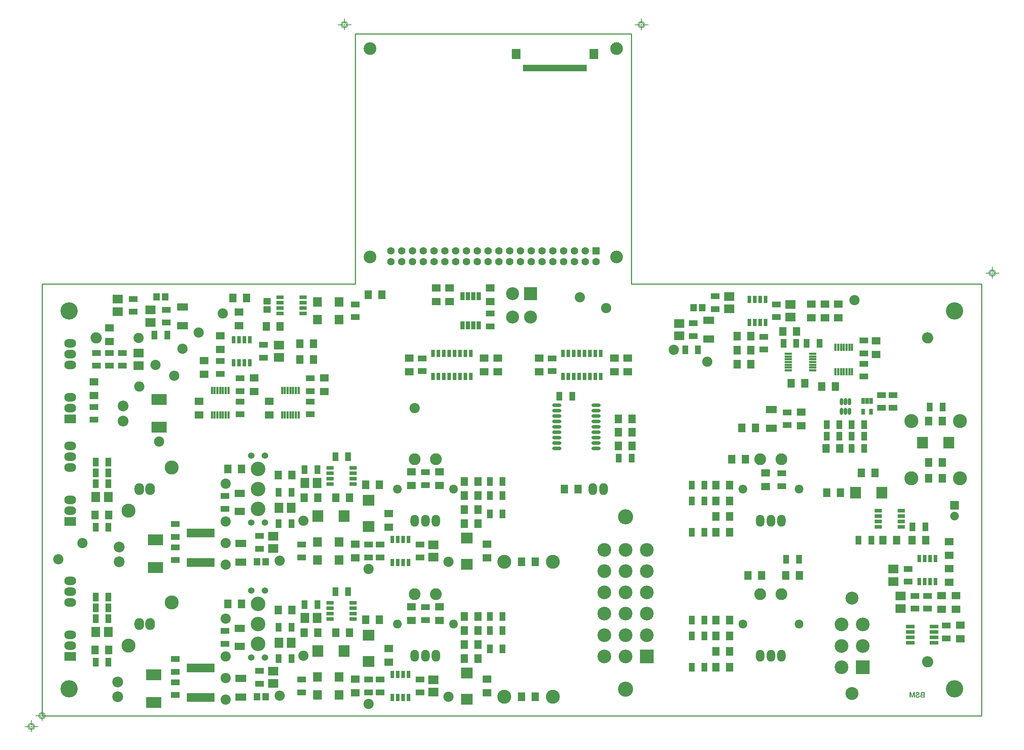
<source format=gbr>
*
*
G04 PADS VX.2.2 Build Number: 7607494 generated Gerber (RS-274-X) file*
G04 PC Version=2.1*
*
%IN "D3005H100_A.PCB"*%
*
%MOIN*%
*
%FSLAX35Y35*%
*
*
*
*
G04 PC Standard Apertures*
*
*
G04 Thermal Relief Aperture macro.*
%AMTER*
1,1,$1,0,0*
1,0,$1-$2,0,0*
21,0,$3,$4,0,0,45*
21,0,$3,$4,0,0,135*
%
*
*
G04 Annular Aperture macro.*
%AMANN*
1,1,$1,0,0*
1,0,$2,0,0*
%
*
*
G04 Odd Aperture macro.*
%AMODD*
1,1,$1,0,0*
1,0,$1-0.005,0,0*
%
*
*
G04 PC Custom Aperture Macros*
*
*
*
*
*
*
G04 PC Aperture Table*
*
%ADD010C,0.01*%
%ADD012C,0.005*%
%ADD014C,0.1*%
%ADD015C,0.08*%
%ADD017C,0.12*%
%ADD021C,0.06*%
%ADD022C,0.07*%
%ADD032C,0.11*%
%ADD034C,0.13*%
%ADD036O,0.08X0.11*%
%ADD037O,0.11X0.08*%
%ADD052C,0.16*%
%ADD059C,0.001*%
%ADD061C,0.007*%
%ADD073R,0.07X0.07*%
%ADD108R,0.127X0.127*%
%ADD109C,0.127*%
%ADD110C,0.14*%
%ADD111R,0.08X0.08*%
%ADD112R,0.12X0.12*%
%ADD113O,0.09X0.11*%
%ADD114R,0.11X0.08*%
%ADD115O,0.078X0.11*%
%ADD117C,0.135*%
%ADD118C,0.095*%
%ADD119C,0.118*%
%ADD120R,0.06315X0.07102*%
%ADD121R,0.07102X0.06315*%
%ADD122R,0.08087X0.05528*%
%ADD123R,0.05528X0.08087*%
%ADD124R,0.10843X0.10055*%
%ADD125R,0.10055X0.10843*%
%ADD126R,0.0978X0.08087*%
%ADD127R,0.08087X0.0978*%
%ADD128R,0.139X0.104*%
%ADD129R,0.093X0.07*%
%ADD130R,0.02181X0.06709*%
%ADD131R,0.0848X0.06512*%
%ADD132R,0.06512X0.0848*%
%ADD133R,0.07102X0.03362*%
%ADD134R,0.03362X0.07102*%
%ADD135R,0.04X0.078*%
%ADD136O,0.0848X0.03362*%
%ADD137R,0.0789X0.03559*%
%ADD138R,0.03362X0.05331*%
%ADD139O,0.03362X0.06512*%
%ADD140C,0.081*%
%ADD141R,0.06512X0.02378*%
%ADD142R,0.02378X0.06512*%
%ADD143R,0.02772X0.08283*%
%ADD144R,0.02181X0.06118*%
%ADD145R,0.08087X0.09661*%
%ADD146R,0.08087X0.08874*%
*
*
*
*
G04 PC Circuitry*
G04 Layer Name D3005H100_A.PCB - circuitry*
%LPD*%
*
G54D59*
G01X916914Y121771D02*
X915159D01*
X914629Y121705*
X914304Y121640*
X913985Y121449*
X913794Y121194*
X913664Y120870*
X913600Y120550*
X913663Y120299*
X913793Y120040*
X913985Y119783*
X914311Y119588*
X914336Y119545*
X914308Y119500*
X913914Y119303*
X913656Y119045*
X913463Y118723*
X913398Y118401*
Y118081*
X913528Y117757*
X913655Y117503*
X913842Y117378*
X914369Y117115*
X914692Y117050*
X916914*
Y121771*
X916345Y121286D02*
Y119746D01*
X916295Y119696*
X914955*
X914943Y119697*
X914675Y119764*
X914656Y119773*
X914321Y120041*
X914311Y120053*
X914177Y120254*
X914169Y120281*
Y120482*
X914171Y120496*
X914305Y120965*
X914317Y120986*
X914585Y121254*
X914611Y121268*
X914946Y121335*
X914955Y121336*
X916295*
X916345Y121286*
Y119210D02*
Y117536D01*
X916295Y117486*
X914687*
X914687D02*
X914669Y117489D01*
X914334Y117623*
X914317Y117634*
X914049Y117902*
X914036Y117929*
X914036D02*
X913969Y118331D01*
X913968Y118339*
Y118607*
X913976Y118635*
X914110Y118836*
X914120Y118846*
X914522Y119181*
X914541Y119191*
X914809Y119258*
X914821Y119260*
X916295*
X916345Y119210*
X912621Y118624D02*
X912050D01*
X911991Y118329*
X911988Y118321*
X911854Y117986*
X911843Y117969*
X911642Y117768*
X911637Y117764*
X911369Y117563*
X911358Y117556*
X911023Y117422*
X911004Y117419*
X910670*
X910659Y117420*
X910056Y117554*
X910045Y117558*
X909777Y117692*
X909764Y117701*
X909630Y117835*
X909620Y117848*
X909487Y118116*
X909481Y118138*
Y118339*
X909485Y118358*
X909619Y118693*
X909624Y118702*
X909758Y118903*
X909777Y118920*
X910045Y119054*
X910055Y119057*
X911387Y119390*
X912045Y119785*
X912236Y119976*
X912363Y120231*
X912427Y120549*
X912363Y120870*
X912234Y121191*
X911978Y121447*
X911653Y121642*
X911261Y121773*
X910803Y121838*
X910279Y121772*
X909885Y121641*
X909494Y121446*
X909239Y121191*
X909111Y120870*
X909055Y120532*
X909623*
X909683Y120892*
X909697Y120919*
X909965Y121187*
X909981Y121198*
X910316Y121332*
X910327Y121335*
X910728Y121402*
X910744*
X911212Y121335*
X911224Y121332*
X911559Y121198*
X911580Y121182*
X911781Y120914*
X911790Y120896*
X911857Y120628*
X911858Y120616*
X911857Y120604*
X911790Y120336*
X911776Y120313*
X911648Y120185*
X911585Y120058*
X911556Y120033*
X911355Y119966*
X911351Y119965*
X911087Y119899*
X910755Y119766*
X910747Y119764*
X910147Y119630*
X909751Y119498*
X909360Y119303*
X909105Y119048*
X908977Y118728*
X908912Y118340*
X908977Y118019*
X909106Y117695*
X909363Y117375*
X909751Y117180*
X910145Y117049*
X910603Y116983*
X911196Y117049*
X911721Y117180*
X912109Y117439*
X912367Y117763*
X912563Y118219*
X912621Y118624*
X908008Y121771D02*
X907090D01*
X906030Y118391*
Y118390*
X905896Y117989*
X905893Y117982*
X905759Y117714*
X905666Y117724*
X905599Y117992*
X905466Y118459*
X904405Y121771*
X903487*
X903487D02*
Y117050D01*
X903487D02*
X904057D01*
Y121085*
X904155Y121100*
X905483Y117050*
X906079*
X907341Y121100*
X907438Y121085*
Y117050*
X908008*
Y121771*
X903500Y117050D02*
Y121771D01*
X903600Y117050D02*
Y121771D01*
X903700Y117050D02*
Y121771D01*
X903800Y117050D02*
Y121771D01*
X903900Y117050D02*
Y121771D01*
X904000Y117050D02*
Y121771D01*
X904100Y121134D02*
Y121771D01*
X904200Y120962D02*
Y121771D01*
X904300Y120657D02*
Y121771D01*
X904400Y120352D02*
Y121771D01*
X904500Y120047D02*
Y121476D01*
X904600Y119742D02*
Y121164D01*
X904700Y119437D02*
Y120851D01*
X904800Y119132D02*
Y120539D01*
X904900Y118827D02*
Y120226D01*
X905000Y118522D02*
Y119914D01*
X905100Y118217D02*
Y119601D01*
X905200Y117912D02*
Y119289D01*
X905300Y117607D02*
Y118976D01*
X905400Y117302D02*
Y118664D01*
X905500Y117050D02*
Y118338D01*
X905600Y117050D02*
Y117988D01*
X905700Y117050D02*
Y117689D01*
X905800Y117050D02*
Y117796D01*
X905900Y117050D02*
Y118002D01*
X906000Y117050D02*
Y118302D01*
X906100Y117117D02*
Y118615D01*
X906200Y117438D02*
Y118934D01*
X906300Y117759D02*
Y119252D01*
X906400Y118080D02*
Y119571D01*
X906500Y118401D02*
Y119890D01*
X906600Y118722D02*
Y120209D01*
X906700Y119043D02*
Y120527D01*
X906800Y119364D02*
Y120846D01*
X906900Y119685D02*
Y121165D01*
X907000Y120006D02*
Y121484D01*
X907100Y120327D02*
Y121771D01*
X907200Y120648D02*
Y121771D01*
X907300Y120969D02*
Y121771D01*
X907400Y121133D02*
Y121771D01*
X907500Y117050D02*
Y121771D01*
X907600Y117050D02*
Y121771D01*
X907700Y117050D02*
Y121771D01*
X907800Y117050D02*
Y121771D01*
X907900Y117050D02*
Y121771D01*
X908000Y117050D02*
Y121771D01*
X909000Y117961D02*
Y118785D01*
X909100Y117711D02*
Y119035D01*
Y120532D02*
Y120805D01*
X909200Y117578D02*
Y119143D01*
Y120532D02*
Y121093D01*
X909300Y117453D02*
Y119243D01*
Y120532D02*
Y121252D01*
X909400Y117356D02*
Y119323D01*
Y120532D02*
Y121352D01*
X909500Y117306D02*
Y118089D01*
Y118396D02*
Y119373D01*
Y120532D02*
Y121449D01*
X909600Y117256D02*
Y117889D01*
Y118646D02*
Y119423D01*
Y120532D02*
Y121499D01*
X909700Y117206D02*
Y117765D01*
Y118816D02*
Y119473D01*
Y120922D02*
Y121549D01*
X909800Y117164D02*
Y117680D01*
Y118931D02*
Y119515D01*
Y121022D02*
Y121599D01*
X909900Y117131D02*
Y117630D01*
Y118981D02*
Y119548D01*
Y121122D02*
Y121646D01*
X910000Y117097D02*
Y117580D01*
Y119031D02*
Y119581D01*
Y121206D02*
Y121679D01*
X910100Y117064D02*
Y117544D01*
Y119069D02*
Y119615D01*
Y121246D02*
Y121713D01*
X910200Y117041D02*
Y117522D01*
Y119094D02*
Y119642D01*
Y121286D02*
Y121746D01*
X910300Y117027D02*
Y117500D01*
Y119119D02*
Y119664D01*
Y121326D02*
Y121775D01*
X910400Y117012D02*
Y117477D01*
Y119144D02*
Y119686D01*
Y121347D02*
Y121788D01*
X910500Y116998D02*
Y117455D01*
Y119169D02*
Y119709D01*
Y121364D02*
Y121800D01*
X910600Y116984D02*
Y117433D01*
Y119194D02*
Y119731D01*
Y121381D02*
Y121813D01*
X910700Y116994D02*
Y117419D01*
Y119219D02*
Y119753D01*
Y121397D02*
Y121825D01*
X910800Y117005D02*
Y117419D01*
Y119244D02*
Y119784D01*
Y121394D02*
Y121838D01*
X910900Y117016D02*
Y117419D01*
Y119269D02*
Y119824D01*
Y121380D02*
Y121824D01*
X911000Y117027D02*
Y117419D01*
Y119294D02*
Y119864D01*
Y121366D02*
Y121810D01*
X911100Y117039D02*
Y117453D01*
Y119319D02*
Y119902D01*
Y121351D02*
Y121796D01*
X911200Y117050D02*
Y117493D01*
Y119344D02*
Y119927D01*
Y121337D02*
Y121781D01*
X911300Y117075D02*
Y117533D01*
Y119369D02*
Y119952D01*
Y121302D02*
Y121759D01*
X911400Y117100D02*
Y117586D01*
Y119398D02*
Y119981D01*
Y121262D02*
Y121726D01*
X911500Y117125D02*
Y117661D01*
Y119458D02*
Y120014D01*
Y121222D02*
Y121693D01*
X911600Y117150D02*
Y117736D01*
Y119518D02*
Y120088D01*
Y121155D02*
Y121659D01*
X911700Y117175D02*
Y117826D01*
Y119578D02*
Y120236D01*
Y121022D02*
Y121614D01*
X911800Y117233D02*
Y117926D01*
Y119638D02*
Y120378D01*
Y120854D02*
Y121554D01*
X911900Y117300D02*
Y118100D01*
Y119698D02*
Y121494D01*
X912000Y117367D02*
Y118375D01*
Y119758D02*
Y121425D01*
X912100Y117433D02*
Y118624D01*
Y119840D02*
Y121325D01*
X912200Y117553D02*
Y118624D01*
Y119940D02*
Y121225D01*
X912300Y117678D02*
Y118624D01*
Y120105D02*
Y121026D01*
X912400Y117839D02*
Y118624D01*
Y120416D02*
Y120683D01*
X912500Y118072D02*
Y118624D01*
X912600Y118478D02*
Y118624D01*
X913400Y118077D02*
Y118410D01*
X913500Y117827D02*
Y118785D01*
X913600Y117613D02*
Y118952D01*
X913700Y117473D02*
Y119089D01*
Y120225D02*
Y120959D01*
X913800Y117406D02*
Y119189D01*
Y120030D02*
Y121202D01*
X913900Y117349D02*
Y119289D01*
Y119897D02*
Y121335D01*
X914000Y117299D02*
Y118142D01*
Y118670D02*
Y119346D01*
Y119774D02*
Y121458D01*
X914100Y117249D02*
Y117852D01*
Y118820D02*
Y119396D01*
Y119714D02*
Y121518D01*
X914200Y117199D02*
Y117752D01*
Y118913D02*
Y119446D01*
Y119654D02*
Y120219D01*
Y120599D02*
Y121578D01*
X914300Y117149D02*
Y117652D01*
Y118997D02*
Y119496D01*
Y119594D02*
Y120069D01*
Y120949D02*
Y121638D01*
X914400Y117108D02*
Y117597D01*
Y119080D02*
Y119978D01*
Y121069D02*
Y121659D01*
X914500Y117088D02*
Y117557D01*
Y119163D02*
Y119898D01*
Y121169D02*
Y121679D01*
X914600Y117068D02*
Y117517D01*
Y119206D02*
Y119818D01*
Y121264D02*
Y121699D01*
X914700Y117050D02*
Y117486D01*
Y119231D02*
Y119758D01*
Y121286D02*
Y121714D01*
X914800Y117050D02*
Y117486D01*
Y119256D02*
Y119733D01*
Y121306D02*
Y121727D01*
X914900Y117050D02*
Y117486D01*
Y119260D02*
Y119708D01*
Y121326D02*
Y121739D01*
X915000Y117050D02*
Y117486D01*
Y119260D02*
Y119696D01*
Y121336D02*
Y121752D01*
X915100Y117050D02*
Y117486D01*
Y119260D02*
Y119696D01*
Y121336D02*
Y121764D01*
X915200Y117050D02*
Y117486D01*
Y119260D02*
Y119696D01*
Y121336D02*
Y121771D01*
X915300Y117050D02*
Y117486D01*
Y119260D02*
Y119696D01*
Y121336D02*
Y121771D01*
X915400Y117050D02*
Y117486D01*
Y119260D02*
Y119696D01*
Y121336D02*
Y121771D01*
X915500Y117050D02*
Y117486D01*
Y119260D02*
Y119696D01*
Y121336D02*
Y121771D01*
X915600Y117050D02*
Y117486D01*
Y119260D02*
Y119696D01*
Y121336D02*
Y121771D01*
X915700Y117050D02*
Y117486D01*
Y119260D02*
Y119696D01*
Y121336D02*
Y121771D01*
X915800Y117050D02*
Y117486D01*
Y119260D02*
Y119696D01*
Y121336D02*
Y121771D01*
X915900Y117050D02*
Y117486D01*
Y119260D02*
Y119696D01*
Y121336D02*
Y121771D01*
X916000Y117050D02*
Y117486D01*
Y119260D02*
Y119696D01*
Y121336D02*
Y121771D01*
X916100Y117050D02*
Y117486D01*
Y119260D02*
Y119696D01*
Y121336D02*
Y121771D01*
X916200Y117050D02*
Y117486D01*
Y119260D02*
Y119696D01*
Y121336D02*
Y121771D01*
X916300Y117050D02*
Y117486D01*
Y119260D02*
Y119696D01*
Y121335D02*
Y121771D01*
X916400Y117050D02*
Y121771D01*
X916500Y117050D02*
Y121771D01*
X916600Y117050D02*
Y121771D01*
X916700Y117050D02*
Y121771D01*
X916800Y117050D02*
Y121771D01*
X916900Y117050D02*
Y121771D01*
*
G04 PC Custom Flashes*
G04 Layer Name D3005H100_A.PCB - flashes*
%LPD*%
*
*
G04 PC Circuitry*
G04 Layer Name D3005H100_A.PCB - circuitry*
%LPD*%
*
G54D10*
X100000Y100000D02*
X970000D01*
Y500000*
X645900*
Y731600*
X390000*
Y500000*
X100000*
Y100000*
G54D12*
X980000Y510000D02*
Y510500D01*
Y510000D02*
X980500D01*
X980000D02*
Y509500D01*
Y510000D02*
X979500D01*
X981500D02*
X986500D01*
X980000Y508500D02*
Y505100D01*
Y511500D02*
Y516000D01*
X974000Y510000D02*
X978500D01*
X983000D02*
G75*
G03X983000I-3000J0D01*
G01X982000D02*
G03X982000I-2000J0D01*
G01X655000Y740000D02*
Y740500D01*
Y740000D02*
X655500D01*
X655000D02*
Y739500D01*
Y740000D02*
X654500D01*
X656500D02*
X661500D01*
X655000Y738500D02*
Y735100D01*
Y741500D02*
Y746000D01*
X649000Y740000D02*
X653500D01*
X658000D02*
G03X658000I-3000J0D01*
G01X657000D02*
G03X657000I-2000J0D01*
G01X380000D02*
Y740500D01*
Y740000D02*
X380500D01*
X380000D02*
Y739500D01*
Y740000D02*
X379500D01*
X381500D02*
X386500D01*
X380000Y738500D02*
Y735100D01*
Y741500D02*
Y746000D01*
X374000Y740000D02*
X378500D01*
X383000D02*
G03X383000I-3000J0D01*
G01X382000D02*
G03X382000I-2000J0D01*
G54D14*
G01X171500Y242500D03*
Y256300D03*
X170000Y117500D03*
Y131300D03*
X175000Y373000D03*
Y386800D03*
G54D15*
X945000Y285000D03*
G54D17*
X850150Y120600D03*
Y208800D03*
X552250Y469150D03*
X535750Y490850D03*
Y469150D03*
G54D21*
X293750Y341000D03*
X306250D03*
X293750Y279000D03*
X306250D03*
X293750Y216000D03*
X306250D03*
X293750Y154000D03*
X306250D03*
X150000Y450000D03*
X920000Y150000D03*
Y450000D03*
G54D22*
X613000Y520600D03*
X603000Y530600D03*
Y520600D03*
X593000Y530600D03*
Y520600D03*
X583000Y530600D03*
Y520600D03*
X573000Y530600D03*
Y520600D03*
X563000Y530600D03*
Y520600D03*
X553000Y530600D03*
Y520600D03*
X543000Y530600D03*
Y520600D03*
X533000Y530600D03*
Y520600D03*
X523000Y530600D03*
Y520600D03*
X513000Y530600D03*
Y520600D03*
X503000Y530600D03*
Y520600D03*
X493000Y530600D03*
Y520600D03*
X483000Y530600D03*
Y520600D03*
X473000Y530600D03*
Y520600D03*
X463000Y530600D03*
Y520600D03*
X453000Y530600D03*
Y520600D03*
X443000Y530600D03*
Y520600D03*
X433000Y530600D03*
Y520600D03*
X423000Y530600D03*
Y520600D03*
G54D32*
X464850Y337600D03*
X445150D03*
X464850Y212600D03*
X445150D03*
X784850Y337600D03*
X765150D03*
X784850Y212600D03*
X765150D03*
G54D34*
X220000Y330000D03*
X180000Y290000D03*
X220000Y205000D03*
X180000Y165000D03*
X950000Y373000D03*
X905000D03*
X950000Y320000D03*
X905000D03*
X573000Y242500D03*
X528000D03*
X573000Y117500D03*
X528000D03*
G54D36*
X620000Y310000D03*
X610000D03*
G54D37*
X126000Y290000D03*
Y300000D03*
Y330000D03*
Y340000D03*
Y350000D03*
Y165000D03*
Y175000D03*
Y205000D03*
Y215000D03*
Y225000D03*
Y385000D03*
Y395000D03*
Y425000D03*
Y435000D03*
Y445000D03*
G54D52*
X125000Y125000D03*
Y475000D03*
X945000Y125000D03*
Y475000D03*
G54D59*
X154950Y450000D02*
G03X154950I-4950J0D01*
G01X924950Y150000D02*
G03X924950I-4950J0D01*
G01Y450000D02*
G03X924950I-4950J0D01*
G01X154950D02*
G03X154950I-4950J0D01*
G01X924950Y150000D02*
G03X924950I-4950J0D01*
G01Y450000D02*
G03X924950I-4950J0D01*
G01X145050Y449999D02*
X154950D01*
X145051Y450089D02*
X154949D01*
X145051Y449909D02*
X154949D01*
X145053Y450179D02*
X154947D01*
X145053Y449819D02*
X154947D01*
X145057Y450269D02*
X154943D01*
X145057Y449729D02*
X154943D01*
X145063Y450359D02*
X154937D01*
X145063Y449639D02*
X154937D01*
X145070Y450449D02*
X154930D01*
X145071Y449549D02*
X154929D01*
X145079Y450539D02*
X154921D01*
X145080Y449459D02*
X154920D01*
X145090Y450629D02*
X154910D01*
X145090Y449369D02*
X154910D01*
X145102Y450719D02*
X154898D01*
X145103Y449279D02*
X154897D01*
X145117Y450809D02*
X154883D01*
X145117Y449189D02*
X154883D01*
X145132Y450899D02*
X154868D01*
X145133Y449099D02*
X154867D01*
X145150Y450989D02*
X154850D01*
X145150Y449009D02*
X154850D01*
X145169Y451079D02*
X154831D01*
X145170Y448919D02*
X154830D01*
X145190Y451169D02*
X154810D01*
X145191Y448829D02*
X154809D01*
X145213Y451259D02*
X154787D01*
X145213Y448739D02*
X154787D01*
X145237Y451349D02*
X154763D01*
X145238Y448649D02*
X154762D01*
X145264Y451439D02*
X154736D01*
X145264Y448559D02*
X154736D01*
X145292Y451529D02*
X154708D01*
X145293Y448469D02*
X154707D01*
X145322Y451619D02*
X154678D01*
X145323Y448379D02*
X154677D01*
X145354Y451709D02*
X154646D01*
X145355Y448289D02*
X154645D01*
X145388Y451799D02*
X154612D01*
X145389Y448199D02*
X154611D01*
X145424Y451889D02*
X154576D01*
X145426Y448109D02*
X154574D01*
X145463Y451979D02*
X154537D01*
X145464Y448019D02*
X154536D01*
X145503Y452069D02*
X154497D01*
X145504Y447929D02*
X154496D01*
X145546Y452159D02*
X154454D01*
X145547Y447839D02*
X154453D01*
X145590Y452249D02*
X154410D01*
X145592Y447749D02*
X154408D01*
X145637Y452339D02*
X154363D01*
X145639Y447659D02*
X154361D01*
X145687Y452429D02*
X154313D01*
X145688Y447569D02*
X154312D01*
X145739Y452519D02*
X154261D01*
X145740Y447479D02*
X154260D01*
X145793Y452609D02*
X154207D01*
X145795Y447389D02*
X154205D01*
X145850Y452699D02*
X154150D01*
X145852Y447299D02*
X154148D01*
X145910Y452789D02*
X154090D01*
X145912Y447209D02*
X154088D01*
X145973Y452879D02*
X154027D01*
X145975Y447119D02*
X154025D01*
X146039Y452969D02*
X153961D01*
X146041Y447029D02*
X153959D01*
X146108Y453059D02*
X153892D01*
X146110Y446939D02*
X153890D01*
X146181Y453149D02*
X153819D01*
X146183Y446849D02*
X153817D01*
X146257Y453239D02*
X153743D01*
X146259Y446759D02*
X153741D01*
X146336Y453329D02*
X153664D01*
X146339Y446669D02*
X153661D01*
X146420Y453419D02*
X153580D01*
X146423Y446579D02*
X153577D01*
X146508Y453509D02*
X153492D01*
X146511Y446489D02*
X153489D01*
X146601Y453599D02*
X153399D01*
X146604Y446399D02*
X153396D01*
X146699Y453689D02*
X153301D01*
X146702Y446309D02*
X153298D01*
X146802Y453779D02*
X153198D01*
X146806Y446219D02*
X153194D01*
X146912Y453869D02*
X153088D01*
X146915Y446129D02*
X153085D01*
X147028Y453959D02*
X152972D01*
X147032Y446039D02*
X152968D01*
X147152Y454049D02*
X152848D01*
X147156Y445949D02*
X152844D01*
X147285Y454139D02*
X152715D01*
X147289Y445859D02*
X152711D01*
X147427Y454229D02*
X152573D01*
X147431Y445769D02*
X152569D01*
X147581Y454319D02*
X152419D01*
X147586Y445679D02*
X152414D01*
X147749Y454409D02*
X152251D01*
X147754Y445589D02*
X152246D01*
X147935Y454499D02*
X152065D01*
X147941Y445499D02*
X152059D01*
X148144Y454589D02*
X151856D01*
X148150Y445409D02*
X151850D01*
X148384Y454679D02*
X151616D01*
X148391Y445319D02*
X151609D01*
X148673Y454769D02*
X151327D01*
X148682Y445229D02*
X151318D01*
X149054Y454859D02*
X150946D01*
X149067Y445139D02*
X150933D01*
X149886Y454949D02*
X150114D01*
X915050Y149999D02*
X924950D01*
X915051Y150089D02*
X924949D01*
X915051Y149909D02*
X924949D01*
X915053Y150179D02*
X924947D01*
X915053Y149819D02*
X924947D01*
X915057Y150269D02*
X924943D01*
X915057Y149729D02*
X924943D01*
X915063Y150359D02*
X924937D01*
X915063Y149639D02*
X924937D01*
X915070Y150449D02*
X924930D01*
X915071Y149549D02*
X924929D01*
X915079Y150539D02*
X924921D01*
X915080Y149459D02*
X924920D01*
X915090Y150629D02*
X924910D01*
X915090Y149369D02*
X924910D01*
X915102Y150719D02*
X924898D01*
X915103Y149279D02*
X924897D01*
X915117Y150809D02*
X924883D01*
X915117Y149189D02*
X924883D01*
X915132Y150899D02*
X924868D01*
X915133Y149099D02*
X924867D01*
X915150Y150989D02*
X924850D01*
X915150Y149009D02*
X924850D01*
X915169Y151079D02*
X924831D01*
X915170Y148919D02*
X924830D01*
X915190Y151169D02*
X924810D01*
X915191Y148829D02*
X924809D01*
X915213Y151259D02*
X924787D01*
X915213Y148739D02*
X924787D01*
X915237Y151349D02*
X924763D01*
X915238Y148649D02*
X924762D01*
X915264Y151439D02*
X924736D01*
X915264Y148559D02*
X924736D01*
X915292Y151529D02*
X924708D01*
X915293Y148469D02*
X924707D01*
X915322Y151619D02*
X924678D01*
X915323Y148379D02*
X924677D01*
X915354Y151709D02*
X924646D01*
X915355Y148289D02*
X924645D01*
X915388Y151799D02*
X924612D01*
X915389Y148199D02*
X924611D01*
X915424Y151889D02*
X924576D01*
X915426Y148109D02*
X924574D01*
X915463Y151979D02*
X924537D01*
X915464Y148019D02*
X924536D01*
X915503Y152069D02*
X924497D01*
X915504Y147929D02*
X924496D01*
X915546Y152159D02*
X924454D01*
X915547Y147839D02*
X924453D01*
X915590Y152249D02*
X924410D01*
X915592Y147749D02*
X924408D01*
X915637Y152339D02*
X924363D01*
X915639Y147659D02*
X924361D01*
X915687Y152429D02*
X924313D01*
X915688Y147569D02*
X924312D01*
X915739Y152519D02*
X924261D01*
X915740Y147479D02*
X924260D01*
X915793Y152609D02*
X924207D01*
X915795Y147389D02*
X924205D01*
X915850Y152699D02*
X924150D01*
X915852Y147299D02*
X924148D01*
X915910Y152789D02*
X924090D01*
X915912Y147209D02*
X924088D01*
X915973Y152879D02*
X924027D01*
X915975Y147119D02*
X924025D01*
X916039Y152969D02*
X923961D01*
X916041Y147029D02*
X923959D01*
X916108Y153059D02*
X923892D01*
X916110Y146939D02*
X923890D01*
X916181Y153149D02*
X923819D01*
X916183Y146849D02*
X923817D01*
X916257Y153239D02*
X923743D01*
X916259Y146759D02*
X923741D01*
X916336Y153329D02*
X923664D01*
X916339Y146669D02*
X923661D01*
X916420Y153419D02*
X923580D01*
X916423Y146579D02*
X923577D01*
X916508Y153509D02*
X923492D01*
X916511Y146489D02*
X923489D01*
X916601Y153599D02*
X923399D01*
X916604Y146399D02*
X923396D01*
X916699Y153689D02*
X923301D01*
X916702Y146309D02*
X923298D01*
X916802Y153779D02*
X923198D01*
X916806Y146219D02*
X923194D01*
X916912Y153869D02*
X923088D01*
X916915Y146129D02*
X923085D01*
X917028Y153959D02*
X922972D01*
X917032Y146039D02*
X922968D01*
X917152Y154049D02*
X922848D01*
X917156Y145949D02*
X922844D01*
X917285Y154139D02*
X922715D01*
X917289Y145859D02*
X922711D01*
X917427Y154229D02*
X922573D01*
X917431Y145769D02*
X922569D01*
X917581Y154319D02*
X922419D01*
X917586Y145679D02*
X922414D01*
X917749Y154409D02*
X922251D01*
X917754Y145589D02*
X922246D01*
X917935Y154499D02*
X922065D01*
X917941Y145499D02*
X922059D01*
X918144Y154589D02*
X921856D01*
X918150Y145409D02*
X921850D01*
X918384Y154679D02*
X921616D01*
X918391Y145319D02*
X921609D01*
X918673Y154769D02*
X921327D01*
X918682Y145229D02*
X921318D01*
X919054Y154859D02*
X920946D01*
X919067Y145139D02*
X920933D01*
X919886Y154949D02*
X920114D01*
X915050Y449999D02*
X924950D01*
X915051Y450089D02*
X924949D01*
X915051Y449909D02*
X924949D01*
X915053Y450179D02*
X924947D01*
X915053Y449819D02*
X924947D01*
X915057Y450269D02*
X924943D01*
X915057Y449729D02*
X924943D01*
X915063Y450359D02*
X924937D01*
X915063Y449639D02*
X924937D01*
X915070Y450449D02*
X924930D01*
X915071Y449549D02*
X924929D01*
X915079Y450539D02*
X924921D01*
X915080Y449459D02*
X924920D01*
X915090Y450629D02*
X924910D01*
X915090Y449369D02*
X924910D01*
X915102Y450719D02*
X924898D01*
X915103Y449279D02*
X924897D01*
X915117Y450809D02*
X924883D01*
X915117Y449189D02*
X924883D01*
X915132Y450899D02*
X924868D01*
X915133Y449099D02*
X924867D01*
X915150Y450989D02*
X924850D01*
X915150Y449009D02*
X924850D01*
X915169Y451079D02*
X924831D01*
X915170Y448919D02*
X924830D01*
X915190Y451169D02*
X924810D01*
X915191Y448829D02*
X924809D01*
X915213Y451259D02*
X924787D01*
X915213Y448739D02*
X924787D01*
X915237Y451349D02*
X924763D01*
X915238Y448649D02*
X924762D01*
X915264Y451439D02*
X924736D01*
X915264Y448559D02*
X924736D01*
X915292Y451529D02*
X924708D01*
X915293Y448469D02*
X924707D01*
X915322Y451619D02*
X924678D01*
X915323Y448379D02*
X924677D01*
X915354Y451709D02*
X924646D01*
X915355Y448289D02*
X924645D01*
X915388Y451799D02*
X924612D01*
X915389Y448199D02*
X924611D01*
X915424Y451889D02*
X924576D01*
X915426Y448109D02*
X924574D01*
X915463Y451979D02*
X924537D01*
X915464Y448019D02*
X924536D01*
X915503Y452069D02*
X924497D01*
X915504Y447929D02*
X924496D01*
X915546Y452159D02*
X924454D01*
X915547Y447839D02*
X924453D01*
X915590Y452249D02*
X924410D01*
X915592Y447749D02*
X924408D01*
X915637Y452339D02*
X924363D01*
X915639Y447659D02*
X924361D01*
X915687Y452429D02*
X924313D01*
X915688Y447569D02*
X924312D01*
X915739Y452519D02*
X924261D01*
X915740Y447479D02*
X924260D01*
X915793Y452609D02*
X924207D01*
X915795Y447389D02*
X924205D01*
X915850Y452699D02*
X924150D01*
X915852Y447299D02*
X924148D01*
X915910Y452789D02*
X924090D01*
X915912Y447209D02*
X924088D01*
X915973Y452879D02*
X924027D01*
X915975Y447119D02*
X924025D01*
X916039Y452969D02*
X923961D01*
X916041Y447029D02*
X923959D01*
X916108Y453059D02*
X923892D01*
X916110Y446939D02*
X923890D01*
X916181Y453149D02*
X923819D01*
X916183Y446849D02*
X923817D01*
X916257Y453239D02*
X923743D01*
X916259Y446759D02*
X923741D01*
X916336Y453329D02*
X923664D01*
X916339Y446669D02*
X923661D01*
X916420Y453419D02*
X923580D01*
X916423Y446579D02*
X923577D01*
X916508Y453509D02*
X923492D01*
X916511Y446489D02*
X923489D01*
X916601Y453599D02*
X923399D01*
X916604Y446399D02*
X923396D01*
X916699Y453689D02*
X923301D01*
X916702Y446309D02*
X923298D01*
X916802Y453779D02*
X923198D01*
X916806Y446219D02*
X923194D01*
X916912Y453869D02*
X923088D01*
X916915Y446129D02*
X923085D01*
X917028Y453959D02*
X922972D01*
X917032Y446039D02*
X922968D01*
X917152Y454049D02*
X922848D01*
X917156Y445949D02*
X922844D01*
X917285Y454139D02*
X922715D01*
X917289Y445859D02*
X922711D01*
X917427Y454229D02*
X922573D01*
X917431Y445769D02*
X922569D01*
X917581Y454319D02*
X922419D01*
X917586Y445679D02*
X922414D01*
X917749Y454409D02*
X922251D01*
X917754Y445589D02*
X922246D01*
X917935Y454499D02*
X922065D01*
X917941Y445499D02*
X922059D01*
X918144Y454589D02*
X921856D01*
X918150Y445409D02*
X921850D01*
X918384Y454679D02*
X921616D01*
X918391Y445319D02*
X921609D01*
X918673Y454769D02*
X921327D01*
X918682Y445229D02*
X921318D01*
X919054Y454859D02*
X920946D01*
X919067Y445139D02*
X920933D01*
X919886Y454949D02*
X920114D01*
G54D61*
X100000Y100000D02*
Y100500D01*
Y100000D02*
X100500D01*
X100000D02*
Y99500D01*
Y100000D02*
X99500D01*
X101500D02*
X106500D01*
X100000Y98500D02*
Y95100D01*
Y101500D02*
Y106000D01*
X94000Y100000D02*
X98500D01*
X103000D02*
G03X103000I-3000J0D01*
G01X102000D02*
G03X102000I-2000J0D01*
G01X90000Y90000D02*
Y90500D01*
Y90000D02*
X90500D01*
X90000D02*
Y89500D01*
Y90000D02*
X89500D01*
X91500D02*
X96500D01*
X90000Y88500D02*
Y85100D01*
Y91500D02*
Y96000D01*
X84000Y90000D02*
X88500D01*
X93000D02*
G03X93000I-3000J0D01*
G01X92000D02*
G03X92000I-2000J0D01*
G54D73*
G01X613000Y530600D03*
G54D108*
X660000Y155000D03*
X860000Y145000D03*
G54D109*
X640300Y155000D03*
X620600D03*
X660000Y174700D03*
X640300D03*
X620600D03*
X660000Y194400D03*
X640300D03*
X620600D03*
X660000Y214100D03*
X640300D03*
X620600D03*
X660000Y233800D03*
X640300D03*
X620600D03*
X660000Y253500D03*
X640300D03*
X620600D03*
X840300Y145000D03*
X860000Y164700D03*
X840300D03*
X860000Y184400D03*
X840300D03*
G54D110*
X640300Y124500D03*
Y284300D03*
G54D111*
X945000Y295000D03*
G54D112*
X552250Y490850D03*
G54D113*
X190000Y310000D03*
X200000D03*
X190000Y185000D03*
X200000D03*
G54D114*
X126000Y280000D03*
Y155000D03*
Y375000D03*
G54D115*
X445150Y280500D03*
X455000D03*
X464850D03*
X445150Y155500D03*
X455000D03*
X464850D03*
X765150Y280500D03*
X775000D03*
X784850D03*
X765150Y155500D03*
X775000D03*
X784850D03*
G54D117*
X300000Y291500D03*
Y310000D03*
Y328500D03*
Y166500D03*
Y185000D03*
Y203500D03*
G54D118*
X852500Y485000D03*
X402500Y111000D03*
X320000Y118500D03*
X115000Y245000D03*
X208500Y354000D03*
X205000Y425000D03*
X189500Y450000D03*
X342000Y280500D03*
X476500Y242500D03*
X342000Y155500D03*
X476500Y117500D03*
X267500Y472500D03*
X270000Y315000D03*
Y190000D03*
X598000Y487500D03*
X445000Y385000D03*
X230000Y440000D03*
X245000Y455000D03*
X270000Y280000D03*
Y260000D03*
Y240000D03*
Y155000D03*
X716000Y428000D03*
X270000Y135000D03*
Y115000D03*
X685000Y439000D03*
X222500Y415000D03*
X190000Y405000D03*
X402500Y236000D03*
X320000Y243500D03*
X137500Y260000D03*
X622500Y477500D03*
G54D119*
X403800Y524900D03*
Y717800D03*
X632100Y524900D03*
Y717800D03*
G54D120*
X206063Y488000D03*
X213937D03*
X703563Y478000D03*
X711437D03*
X306937Y242500D03*
X299063D03*
X306937Y117500D03*
X299063D03*
G54D121*
X308500Y483937D03*
Y476063D03*
G54D122*
X265000Y428406D03*
Y416594D03*
X768500Y439094D03*
Y450906D03*
X861000Y414094D03*
Y425906D03*
Y435594D03*
Y447406D03*
X450000Y258406D03*
Y246594D03*
Y133406D03*
Y121594D03*
X908500Y199094D03*
Y210906D03*
X780000Y480906D03*
Y469094D03*
X184500Y474094D03*
Y485906D03*
X215000Y475906D03*
Y464094D03*
X723500Y488406D03*
Y476594D03*
X283500Y379094D03*
Y390906D03*
Y400594D03*
Y412406D03*
X348500Y379094D03*
Y390906D03*
Y400594D03*
Y412406D03*
X305000Y443406D03*
Y431594D03*
X790000Y369094D03*
Y380906D03*
X703000Y463406D03*
Y451594D03*
X390000Y480906D03*
Y469094D03*
X223500Y265594D03*
Y277406D03*
Y255906D03*
Y244094D03*
Y140594D03*
Y152406D03*
Y130906D03*
Y119094D03*
X301500Y254594D03*
Y266406D03*
X413000Y246594D03*
Y258406D03*
X269500Y303406D03*
Y291594D03*
X340500Y258406D03*
Y246594D03*
X301500Y129594D03*
Y141406D03*
X413000Y121594D03*
Y133406D03*
X269500Y178406D03*
Y166594D03*
X340500Y133406D03*
Y121594D03*
X452000Y430906D03*
Y419094D03*
X572500Y430906D03*
Y419094D03*
X937500Y171594D03*
Y183406D03*
X920000Y210906D03*
Y199094D03*
X877500Y385094D03*
Y396906D03*
X174500Y424094D03*
Y435906D03*
X455000Y325406D03*
Y313594D03*
Y200406D03*
Y188594D03*
X785000Y324406D03*
Y312594D03*
X515000Y460594D03*
Y472406D03*
X148000Y374094D03*
Y385906D03*
X162500Y424094D03*
Y435906D03*
X902000Y235906D03*
Y224094D03*
X150500Y424094D03*
Y435906D03*
X402500Y258406D03*
Y246594D03*
Y133406D03*
Y121594D03*
X888000Y385094D03*
Y396906D03*
G54D123*
X826594Y359000D03*
X838406D03*
X215906Y452500D03*
X204094D03*
X933906Y386000D03*
X922094D03*
X707406Y439000D03*
X695594D03*
X330906Y307000D03*
X319094D03*
X330906Y182000D03*
X319094D03*
X354906Y328000D03*
X343094D03*
X354906Y203000D03*
X343094D03*
X867906Y262500D03*
X856094D03*
X906094Y275000D03*
X917906D03*
X319094Y278000D03*
X330906D03*
X383406Y340000D03*
X371594D03*
X319094Y153000D03*
X330906D03*
X383406Y215000D03*
X371594D03*
X819906Y445000D03*
X808094D03*
X590906Y396000D03*
X579094D03*
X634094Y338500D03*
X645906D03*
X798406Y445000D03*
X786594D03*
X826594Y369500D03*
X838406D03*
X861406Y359000D03*
X849594D03*
X149594Y315000D03*
X161406D03*
X149594Y190000D03*
X161406D03*
X514594Y162000D03*
X526406D03*
X514594Y192000D03*
X526406D03*
X713406Y270000D03*
X701594D03*
X713406Y313500D03*
X701594D03*
X713406Y145000D03*
X701594D03*
X713406Y188500D03*
X701594D03*
X514594Y287000D03*
X526406D03*
X514594Y317000D03*
X526406D03*
X514594Y179000D03*
X526406D03*
X713406Y299000D03*
X701594D03*
X713406Y174000D03*
X701594D03*
X789094Y245000D03*
X800906D03*
X149594Y274500D03*
X161406D03*
X149594Y325000D03*
X161406D03*
X149594Y149500D03*
X161406D03*
X149594Y200000D03*
X161406D03*
X514594Y304000D03*
X526406D03*
X149594Y335000D03*
X161406D03*
X149594Y210000D03*
X161406D03*
X861406Y369500D03*
X849594D03*
X861406Y347500D03*
X849594D03*
G54D124*
X402500Y275295D03*
Y299705D03*
Y150295D03*
Y174705D03*
X493500Y240295D03*
Y264705D03*
Y115295D03*
Y139705D03*
G54D125*
X877705Y306500D03*
X853295D03*
X915295Y353000D03*
X939705D03*
X379705Y285000D03*
X355295D03*
X379705Y160000D03*
X355295D03*
G54D126*
X736500Y476752D03*
Y488248D03*
X793000Y480748D03*
Y469252D03*
X462500Y246752D03*
Y258248D03*
Y121752D03*
Y133248D03*
X895000Y199252D03*
Y210748D03*
X888500Y235748D03*
Y224252D03*
X170000Y485748D03*
Y474252D03*
X200500Y475748D03*
Y464252D03*
X319500Y443248D03*
Y431752D03*
X690000Y463248D03*
Y451752D03*
X189500Y424252D03*
Y435748D03*
X314000Y254752D03*
Y266248D03*
Y129752D03*
Y141248D03*
G54D127*
X343252Y315500D03*
X354748D03*
X343252Y190500D03*
X354748D03*
X149752Y302500D03*
X161248D03*
X149752Y177500D03*
X161248D03*
X330748Y292500D03*
X319252D03*
X330748Y167500D03*
X319252D03*
G54D128*
X205000Y237050D03*
Y262950D03*
X203500Y112050D03*
Y137950D03*
X208500Y367050D03*
Y392950D03*
G54D129*
X283000Y305800D03*
Y289200D03*
Y180800D03*
Y164200D03*
G54D130*
X771563Y383661D03*
X773531D03*
X775500D03*
X777469D03*
X779437D03*
Y366339D03*
X777469D03*
X775500D03*
X773531D03*
X771563D03*
X713563Y466161D03*
X715531D03*
X717500D03*
X719469D03*
X721437D03*
Y448839D03*
X719469D03*
X717500D03*
X715531D03*
X713563D03*
X287937Y242339D03*
X285969D03*
X284000D03*
X282031D03*
X280063D03*
Y259661D03*
X282031D03*
X284000D03*
X285969D03*
X287937D03*
Y117339D03*
X285969D03*
X284000D03*
X282031D03*
X280063D03*
Y134661D03*
X282031D03*
X284000D03*
X285969D03*
X287937D03*
X226063Y478661D03*
X228031D03*
X230000D03*
X231969D03*
X233937D03*
Y461339D03*
X231969D03*
X230000D03*
X228031D03*
X226063D03*
G54D131*
X296500Y412799D03*
Y400201D03*
X361500Y412799D03*
Y400201D03*
X265000Y451799D03*
Y439201D03*
X421000Y287299D03*
Y274701D03*
X512000Y246201D03*
Y258799D03*
X421000Y162299D03*
Y149701D03*
X512000Y121201D03*
Y133799D03*
X872500Y447299D03*
Y434701D03*
X812500Y481299D03*
Y468701D03*
X825000Y481299D03*
Y468701D03*
X940000Y248701D03*
Y261299D03*
X245500Y378701D03*
Y391299D03*
X310500Y378701D03*
Y391299D03*
X803000Y381299D03*
Y368701D03*
X515000Y483701D03*
Y496299D03*
X148000Y409299D03*
Y396701D03*
X940000Y223701D03*
Y236299D03*
X442000Y313201D03*
Y325799D03*
Y188201D03*
Y200799D03*
X933000Y198701D03*
Y211299D03*
X162500Y459299D03*
Y446701D03*
X282500Y461201D03*
Y473799D03*
X522000Y431299D03*
Y418701D03*
X440000D03*
Y431299D03*
X509500Y418701D03*
Y431299D03*
X642500D03*
Y418701D03*
X560500D03*
Y431299D03*
X630000Y418701D03*
Y431299D03*
X950500Y183799D03*
Y171201D03*
X468000Y325799D03*
Y313201D03*
Y200799D03*
Y188201D03*
X770000Y324799D03*
Y312201D03*
X837500Y481299D03*
Y468701D03*
X477500Y483701D03*
Y496299D03*
X465000Y483701D03*
Y496299D03*
X250000Y416201D03*
Y428799D03*
X946500Y211299D03*
Y198701D03*
X390000Y246201D03*
Y258799D03*
Y121201D03*
Y133799D03*
G54D132*
X786201Y456000D03*
X798799D03*
X921201Y334500D03*
X933799D03*
X858701Y325000D03*
X871299D03*
X760799Y366500D03*
X748201D03*
X793701Y408000D03*
X806299D03*
X826701Y306500D03*
X839299D03*
X149201Y286000D03*
X161799D03*
X149201Y161000D03*
X161799D03*
X342701Y302000D03*
X355299D03*
X399701Y314000D03*
X412299D03*
X822201Y405000D03*
X834799D03*
X342701Y177000D03*
X355299D03*
X399701Y189000D03*
X412299D03*
X633701Y362500D03*
X646299D03*
X633701Y375000D03*
X646299D03*
X583701Y310000D03*
X596299D03*
X738701Y337500D03*
X751299D03*
X753701Y230000D03*
X766299D03*
X905701Y262500D03*
X918299D03*
X878701D03*
X891299D03*
X933799Y373000D03*
X921201D03*
X284799Y328500D03*
X272201D03*
X284799Y203500D03*
X272201D03*
X646299Y350000D03*
X633701D03*
X826201Y347500D03*
X838799D03*
X503799Y291000D03*
X491201D03*
Y278000D03*
X503799D03*
Y304000D03*
X491201D03*
Y317000D03*
X503799D03*
Y166000D03*
X491201D03*
Y153000D03*
X503799D03*
Y179000D03*
X491201D03*
Y192000D03*
X503799D03*
X724201Y284500D03*
X736799D03*
Y270000D03*
X724201D03*
Y299000D03*
X736799D03*
Y313500D03*
X724201D03*
Y159500D03*
X736799D03*
Y145000D03*
X724201D03*
Y174000D03*
X736799D03*
Y188500D03*
X724201D03*
X788701Y230000D03*
X801299D03*
X743701Y425500D03*
X756299D03*
X338701Y444500D03*
X351299D03*
Y430000D03*
X338701D03*
X743701Y451500D03*
X756299D03*
Y438500D03*
X743701D03*
X331299Y323000D03*
X318701D03*
X331299Y198000D03*
X318701D03*
X372201Y302000D03*
X384799D03*
X556799Y242500D03*
X544201D03*
X372201Y177000D03*
X384799D03*
X556799Y117500D03*
X544201D03*
X933799Y320000D03*
X921201D03*
X414799Y490000D03*
X402201D03*
X276701Y487000D03*
X289299D03*
X320299Y460500D03*
X307701D03*
G54D133*
X366870Y314500D03*
Y319500D03*
Y324500D03*
Y329500D03*
X388130D03*
Y324500D03*
Y319500D03*
Y314500D03*
X366870Y189500D03*
Y194500D03*
Y199500D03*
Y204500D03*
X388130D03*
Y199500D03*
Y194500D03*
Y189500D03*
X895630Y290000D03*
Y285000D03*
Y280000D03*
Y275000D03*
X874370D03*
Y280000D03*
Y285000D03*
Y290000D03*
X341630Y487500D03*
Y482500D03*
Y477500D03*
Y472500D03*
X320370D03*
Y477500D03*
Y482500D03*
Y487500D03*
G54D134*
X424500Y263130D03*
X429500D03*
X434500D03*
X439500D03*
Y241870D03*
X434500D03*
X429500D03*
X424500D03*
Y138130D03*
X429500D03*
X434500D03*
X439500D03*
Y116870D03*
X434500D03*
X429500D03*
X424500D03*
X927500Y224370D03*
X922500D03*
X917500D03*
X912500D03*
Y245630D03*
X917500D03*
X922500D03*
X927500D03*
X770000Y464370D03*
X765000D03*
X760000D03*
X755000D03*
Y485630D03*
X760000D03*
X765000D03*
X770000D03*
X292500Y426870D03*
X287500D03*
X282500D03*
X277500D03*
Y448130D03*
X282500D03*
X287500D03*
X292500D03*
X462000Y435630D03*
X467000D03*
X472000D03*
X477000D03*
X482000D03*
X487000D03*
X492000D03*
X497000D03*
Y414370D03*
X492000D03*
X487000D03*
X482000D03*
X477000D03*
X472000D03*
X467000D03*
X462000D03*
X582500Y435630D03*
X587500D03*
X592500D03*
X597500D03*
X602500D03*
X607500D03*
X612500D03*
X617500D03*
Y414370D03*
X612500D03*
X607500D03*
X602500D03*
X597500D03*
X592500D03*
X587500D03*
X582500D03*
G54D135*
X504500Y461400D03*
X499500D03*
X494500D03*
X489500D03*
Y488600D03*
X494500D03*
X499500D03*
X504500D03*
G54D136*
X613110Y387500D03*
Y382500D03*
Y377500D03*
Y372500D03*
Y367500D03*
Y362500D03*
Y357500D03*
Y352500D03*
Y347500D03*
X576890D03*
Y352500D03*
Y357500D03*
Y362500D03*
Y367500D03*
Y372500D03*
Y377500D03*
Y382500D03*
Y387500D03*
G54D137*
X903976Y167500D03*
Y172500D03*
Y177500D03*
Y182500D03*
X926024D03*
Y177500D03*
Y172500D03*
Y167500D03*
G54D138*
X860260Y391618D03*
X864000D03*
X867740D03*
Y381382D03*
X860260D03*
G54D139*
X847740Y381972D03*
X844000D03*
X840260D03*
Y391028D03*
X844000D03*
X847740D03*
G54D140*
X429000Y310028D03*
X481000Y310000D03*
X429000Y185028D03*
X481000Y185000D03*
X749000Y310028D03*
X801000Y310000D03*
X749000Y185028D03*
X801000Y185000D03*
G54D141*
X813819Y435177D03*
Y432618D03*
Y430059D03*
Y427500D03*
Y424941D03*
Y422382D03*
Y419823D03*
X791181D03*
Y422382D03*
Y424941D03*
Y427500D03*
Y430059D03*
Y432618D03*
Y435177D03*
G54D142*
X272677Y378681D03*
X270118D03*
X267559D03*
X265000D03*
X262441D03*
X259882D03*
X257323D03*
Y401319D03*
X259882D03*
X262441D03*
X265000D03*
X267559D03*
X270118D03*
X272677D03*
X850177Y418681D03*
X847618D03*
X845059D03*
X842500D03*
X839941D03*
X837382D03*
X834823D03*
Y441319D03*
X837382D03*
X839941D03*
X842500D03*
X845059D03*
X847618D03*
X850177D03*
X337677Y378681D03*
X335118D03*
X332559D03*
X330000D03*
X327441D03*
X324882D03*
X322323D03*
Y401319D03*
X324882D03*
X327441D03*
X330000D03*
X332559D03*
X335118D03*
X337677D03*
G54D143*
X235484Y269280D03*
X238043D03*
X240602D03*
X243161D03*
X245720D03*
X248280D03*
X250839D03*
X253398D03*
X255957D03*
X258516D03*
Y241720D03*
X255957D03*
X253398D03*
X250839D03*
X248280D03*
X245720D03*
X243161D03*
X240602D03*
X238043D03*
X235484D03*
Y144280D03*
X238043D03*
X240602D03*
X243161D03*
X245720D03*
X248280D03*
X250839D03*
X253398D03*
X255957D03*
X258516D03*
Y116720D03*
X255957D03*
X253398D03*
X250839D03*
X248280D03*
X245720D03*
X243161D03*
X240602D03*
X238043D03*
X235484D03*
G54D144*
X546457Y700000D03*
X548425D03*
X550394D03*
X552362D03*
X554331D03*
X556299D03*
X558268D03*
X560236D03*
X562205D03*
X564173D03*
X566142D03*
X568110D03*
X570079D03*
X572047D03*
X574016D03*
X575984D03*
X577953D03*
X579921D03*
X581890D03*
X583858D03*
X585827D03*
X587795D03*
X589764D03*
X591732D03*
X593701D03*
X595669D03*
X597638D03*
X599606D03*
X601575D03*
X603543D03*
G54D145*
X538976Y712795D03*
X611024D03*
G54D146*
X375000Y466732D03*
X355000D03*
Y483268D03*
X375000D03*
X355000Y260768D03*
X375000D03*
Y244232D03*
X355000D03*
Y135768D03*
X375000D03*
Y119232D03*
X355000D03*
G74*
X0Y0D02*
M02*

</source>
